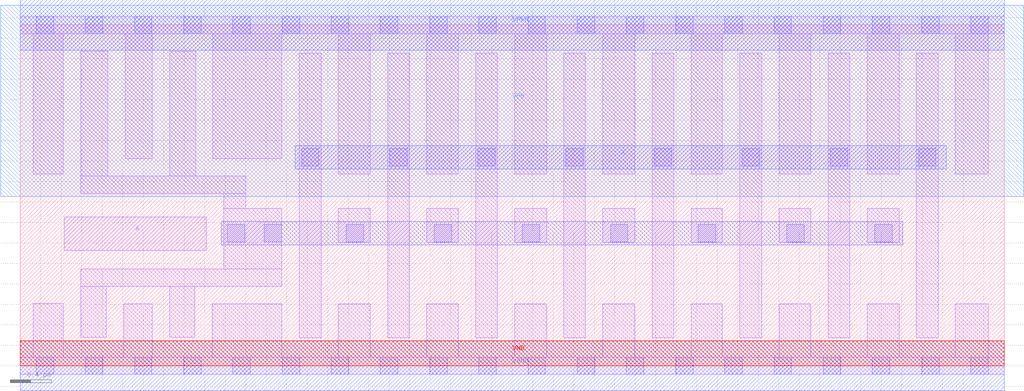
<source format=lef>
# Copyright 2020 The SkyWater PDK Authors
#
# Licensed under the Apache License, Version 2.0 (the "License");
# you may not use this file except in compliance with the License.
# You may obtain a copy of the License at
#
#     https://www.apache.org/licenses/LICENSE-2.0
#
# Unless required by applicable law or agreed to in writing, software
# distributed under the License is distributed on an "AS IS" BASIS,
# WITHOUT WARRANTIES OR CONDITIONS OF ANY KIND, either express or implied.
# See the License for the specific language governing permissions and
# limitations under the License.
#
# SPDX-License-Identifier: Apache-2.0

VERSION 5.7 ;
  NOWIREEXTENSIONATPIN ON ;
  DIVIDERCHAR "/" ;
  BUSBITCHARS "[]" ;
MACRO sky130_fd_sc_lp__clkbuf_16
  CLASS CORE ;
  FOREIGN sky130_fd_sc_lp__clkbuf_16 ;
  ORIGIN  0.000000  0.000000 ;
  SIZE  9.600000 BY  3.330000 ;
  SYMMETRY X Y R90 ;
  SITE unit ;
  PIN A
    ANTENNAGATEAREA  1.008000 ;
    DIRECTION INPUT ;
    USE SIGNAL ;
    PORT
      LAYER li1 ;
        RECT 0.430000 1.125000 1.815000 1.455000 ;
    END
  END A
  PIN X
    ANTENNADIFFAREA  3.763200 ;
    DIRECTION OUTPUT ;
    USE SIGNAL ;
    PORT
      LAYER met1 ;
        RECT 2.685000 1.920000 9.035000 2.150000 ;
    END
  END X
  PIN VGND
    DIRECTION INOUT ;
    USE GROUND ;
    PORT
      LAYER met1 ;
        RECT 0.000000 -0.245000 9.600000 0.245000 ;
    END
  END VGND
  PIN VNB
    DIRECTION INOUT ;
    USE GROUND ;
    PORT
      LAYER pwell ;
        RECT 0.000000 0.000000 9.600000 0.245000 ;
    END
  END VNB
  PIN VPB
    DIRECTION INOUT ;
    USE POWER ;
    PORT
      LAYER nwell ;
        RECT -0.190000 1.655000 9.790000 3.520000 ;
    END
  END VPB
  PIN VPWR
    DIRECTION INOUT ;
    USE POWER ;
    PORT
      LAYER met1 ;
        RECT 0.000000 3.085000 9.600000 3.575000 ;
    END
  END VPWR
  OBS
    LAYER li1 ;
      RECT 0.000000 -0.085000 9.600000 0.085000 ;
      RECT 0.000000  3.245000 9.600000 3.415000 ;
      RECT 0.125000  0.085000 0.420000 0.610000 ;
      RECT 0.125000  1.875000 0.420000 3.245000 ;
      RECT 0.590000  0.280000 0.840000 0.775000 ;
      RECT 0.590000  0.775000 2.550000 0.945000 ;
      RECT 0.590000  1.685000 2.200000 1.855000 ;
      RECT 0.590000  1.855000 0.855000 3.075000 ;
      RECT 1.010000  0.085000 1.290000 0.605000 ;
      RECT 1.025000  2.025000 1.290000 3.245000 ;
      RECT 1.460000  0.280000 1.705000 0.775000 ;
      RECT 1.460000  1.855000 1.710000 3.075000 ;
      RECT 1.875000  0.085000 2.550000 0.605000 ;
      RECT 1.880000  2.025000 2.550000 3.245000 ;
      RECT 1.985000  0.945000 2.550000 1.535000 ;
      RECT 1.985000  1.535000 2.200000 1.685000 ;
      RECT 2.720000  0.275000 2.935000 3.055000 ;
      RECT 3.105000  0.085000 3.415000 0.605000 ;
      RECT 3.105000  1.205000 3.415000 1.535000 ;
      RECT 3.105000  1.875000 3.415000 3.245000 ;
      RECT 3.585000  0.275000 3.795000 3.055000 ;
      RECT 3.965000  0.085000 4.275000 0.605000 ;
      RECT 3.965000  1.205000 4.275000 1.535000 ;
      RECT 3.965000  1.875000 4.275000 3.245000 ;
      RECT 4.445000  0.275000 4.655000 3.055000 ;
      RECT 4.825000  0.085000 5.135000 0.605000 ;
      RECT 4.825000  1.205000 5.135000 1.535000 ;
      RECT 4.825000  1.875000 5.135000 3.245000 ;
      RECT 5.305000  0.275000 5.515000 3.055000 ;
      RECT 5.685000  0.085000 5.995000 0.605000 ;
      RECT 5.685000  1.205000 5.995000 1.535000 ;
      RECT 5.685000  1.875000 5.995000 3.245000 ;
      RECT 6.165000  0.275000 6.375000 3.055000 ;
      RECT 6.545000  0.085000 6.850000 0.605000 ;
      RECT 6.545000  1.205000 6.850000 1.535000 ;
      RECT 6.545000  1.875000 6.850000 3.245000 ;
      RECT 7.020000  0.275000 7.235000 3.055000 ;
      RECT 7.405000  0.085000 7.715000 0.605000 ;
      RECT 7.405000  1.205000 7.715000 1.535000 ;
      RECT 7.405000  1.875000 7.715000 3.245000 ;
      RECT 7.885000  0.275000 8.095000 3.055000 ;
      RECT 8.265000  0.085000 8.575000 0.605000 ;
      RECT 8.265000  1.205000 8.575000 1.535000 ;
      RECT 8.265000  1.875000 8.575000 3.245000 ;
      RECT 8.745000  0.275000 8.955000 3.055000 ;
      RECT 9.125000  0.085000 9.445000 0.605000 ;
      RECT 9.125000  1.875000 9.445000 3.245000 ;
    LAYER mcon ;
      RECT 0.155000 -0.085000 0.325000 0.085000 ;
      RECT 0.155000  3.245000 0.325000 3.415000 ;
      RECT 0.635000 -0.085000 0.805000 0.085000 ;
      RECT 0.635000  3.245000 0.805000 3.415000 ;
      RECT 1.115000 -0.085000 1.285000 0.085000 ;
      RECT 1.115000  3.245000 1.285000 3.415000 ;
      RECT 1.595000 -0.085000 1.765000 0.085000 ;
      RECT 1.595000  3.245000 1.765000 3.415000 ;
      RECT 2.020000  1.210000 2.190000 1.380000 ;
      RECT 2.075000 -0.085000 2.245000 0.085000 ;
      RECT 2.075000  3.245000 2.245000 3.415000 ;
      RECT 2.380000  1.210000 2.550000 1.380000 ;
      RECT 2.555000 -0.085000 2.725000 0.085000 ;
      RECT 2.555000  3.245000 2.725000 3.415000 ;
      RECT 2.745000  1.950000 2.915000 2.120000 ;
      RECT 3.035000 -0.085000 3.205000 0.085000 ;
      RECT 3.035000  3.245000 3.205000 3.415000 ;
      RECT 3.180000  1.210000 3.350000 1.380000 ;
      RECT 3.515000 -0.085000 3.685000 0.085000 ;
      RECT 3.515000  3.245000 3.685000 3.415000 ;
      RECT 3.605000  1.950000 3.775000 2.120000 ;
      RECT 3.995000 -0.085000 4.165000 0.085000 ;
      RECT 3.995000  3.245000 4.165000 3.415000 ;
      RECT 4.040000  1.210000 4.210000 1.380000 ;
      RECT 4.465000  1.950000 4.635000 2.120000 ;
      RECT 4.475000 -0.085000 4.645000 0.085000 ;
      RECT 4.475000  3.245000 4.645000 3.415000 ;
      RECT 4.900000  1.210000 5.070000 1.380000 ;
      RECT 4.955000 -0.085000 5.125000 0.085000 ;
      RECT 4.955000  3.245000 5.125000 3.415000 ;
      RECT 5.325000  1.950000 5.495000 2.120000 ;
      RECT 5.435000 -0.085000 5.605000 0.085000 ;
      RECT 5.435000  3.245000 5.605000 3.415000 ;
      RECT 5.760000  1.210000 5.930000 1.380000 ;
      RECT 5.915000 -0.085000 6.085000 0.085000 ;
      RECT 5.915000  3.245000 6.085000 3.415000 ;
      RECT 6.185000  1.950000 6.355000 2.120000 ;
      RECT 6.395000 -0.085000 6.565000 0.085000 ;
      RECT 6.395000  3.245000 6.565000 3.415000 ;
      RECT 6.615000  1.210000 6.785000 1.380000 ;
      RECT 6.875000 -0.085000 7.045000 0.085000 ;
      RECT 6.875000  3.245000 7.045000 3.415000 ;
      RECT 7.045000  1.950000 7.215000 2.120000 ;
      RECT 7.355000 -0.085000 7.525000 0.085000 ;
      RECT 7.355000  3.245000 7.525000 3.415000 ;
      RECT 7.480000  1.210000 7.650000 1.380000 ;
      RECT 7.835000 -0.085000 8.005000 0.085000 ;
      RECT 7.835000  3.245000 8.005000 3.415000 ;
      RECT 7.905000  1.950000 8.075000 2.120000 ;
      RECT 8.315000 -0.085000 8.485000 0.085000 ;
      RECT 8.315000  3.245000 8.485000 3.415000 ;
      RECT 8.340000  1.210000 8.510000 1.380000 ;
      RECT 8.765000  1.950000 8.935000 2.120000 ;
      RECT 8.795000 -0.085000 8.965000 0.085000 ;
      RECT 8.795000  3.245000 8.965000 3.415000 ;
      RECT 9.275000 -0.085000 9.445000 0.085000 ;
      RECT 9.275000  3.245000 9.445000 3.415000 ;
    LAYER met1 ;
      RECT 1.960000 1.180000 8.610000 1.410000 ;
  END
END sky130_fd_sc_lp__clkbuf_16
END LIBRARY

</source>
